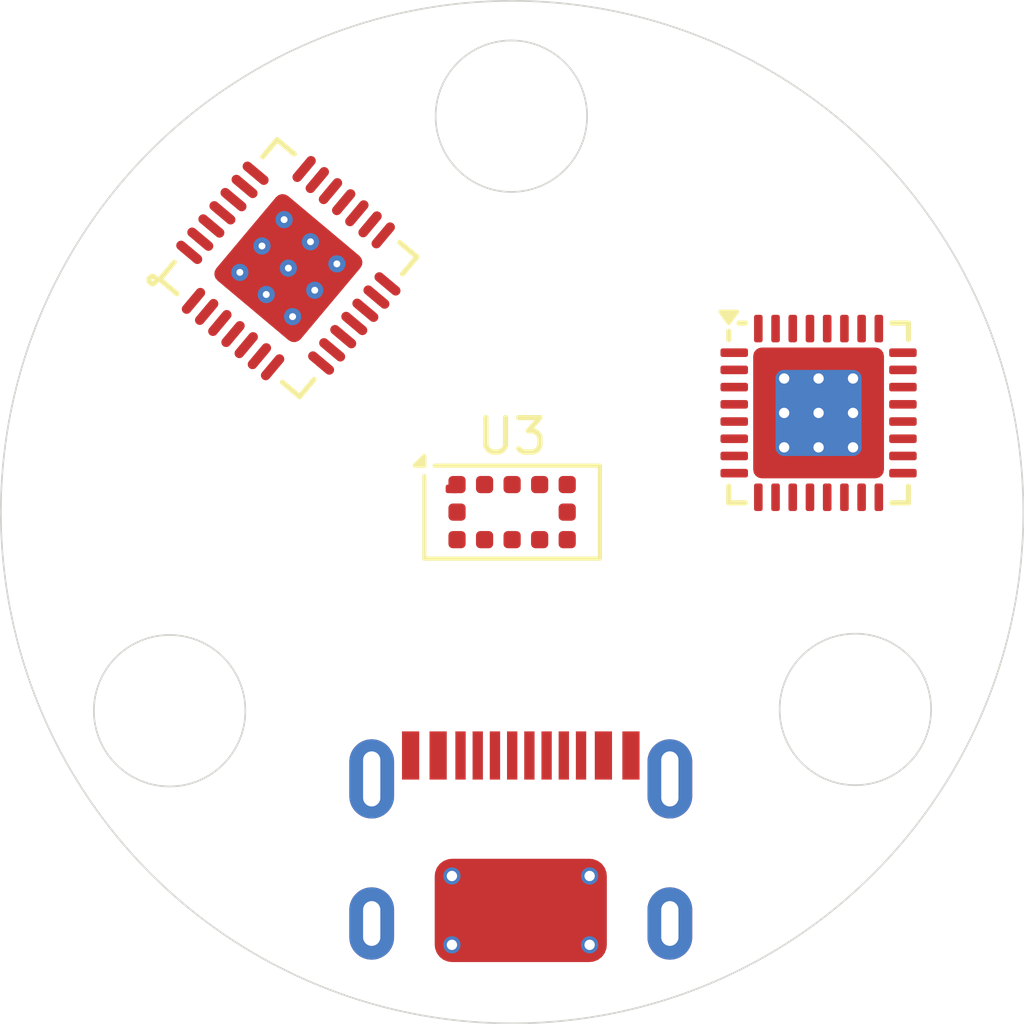
<source format=kicad_pcb>
(kicad_pcb (version 20241229) (generator "pcbnew") (generator_version "9.0")
  (layers (0 "F.Cu" signal) (2 "B.Cu" signal) (13 "F.Paste" user) (15 "B.Paste" user) (5 "F.SilkS" user "F.Silkscreen") (7 "B.SilkS" user "B.Silkscreen") (1 "F.Mask" user) (3 "B.Mask" user) (25 "Edge.Cuts" user))
  (net 0 "")
  (net 5 "Net-(J1-GND-PadA12B1)")
  (net 9 "Net-(J1-VBUS-PadA9B4)")
  (net 12 "Net-(U1-VDD3P3-Pad2)")
  (net 16 "Net-(U1-VDDA-Pad31)")
  (net 72 "Net-(U3-GND-Pad12)")
  (footprint "Sensor_Distance:ST_VL53L1x" (layer "F.Cu") (at 144.648258 84.53093)
    (property "Reference" "U3" (at 0 -2.2 0) (layer "F.SilkS"))
    (property "Value" "VL53L0CXV0DH1")
    (fp_line (start -2.55 -1.05) (end -2.55 1.35) (stroke (width 0.12)) (layer "F.SilkS"))
    (fp_line (start -2.55 1.35) (end 2.55 1.35) (stroke (width 0.12)) (layer "F.SilkS"))
    (fp_line (start 2.55 -1.35) (end -2.25 -1.35) (stroke (width 0.12)) (layer "F.SilkS"))
    (fp_line (start 2.55 1.35) (end 2.55 -1.35) (stroke (width 0.12)) (layer "F.SilkS"))
    (fp_poly (pts (xy -2.55 -1.35) (xy -2.83 -1.35) (xy -2.55 -1.63) (xy -2.55 -1.35)) (stroke (width 0.12)) (fill yes) (layer "F.SilkS"))
    (pad "1" smd roundrect (at -1.74 -0.675) (size 0.38 0.25) (layers "F.Cu" "F.Mask" "F.Paste"))
    (pad "1" smd roundrect (at -1.6 -0.8) (size 0.5 0.5) (layers "F.Cu" "F.Mask" "F.Paste"))
    (pad "2" smd roundrect (at -0.8 -0.8) (size 0.5 0.5) (layers "F.Cu" "F.Mask" "F.Paste"))
    (pad "3" smd roundrect (at 0 -0.8) (size 0.5 0.5) (layers "F.Cu" "F.Mask" "F.Paste") (net 72 "Net-(U3-GND-Pad12)"))
    (pad "4" smd roundrect (at 0.8 -0.8) (size 0.5 0.5) (layers "F.Cu" "F.Mask" "F.Paste") (net 72 "Net-(U3-GND-Pad12)"))
    (pad "5" smd roundrect (at 1.6 -0.8) (size 0.5 0.5) (layers "F.Cu" "F.Mask" "F.Paste"))
    (pad "6" smd roundrect (at 1.6 0) (size 0.5 0.5) (layers "F.Cu" "F.Mask" "F.Paste") (net 72 "Net-(U3-GND-Pad12)"))
    (pad "7" smd roundrect (at 1.6 0.8) (size 0.5 0.5) (layers "F.Cu" "F.Mask" "F.Paste"))
    (pad "8" smd roundrect (at 0.8 0.8) (size 0.5 0.5) (layers "F.Cu" "F.Mask" "F.Paste"))
    (pad "9" smd roundrect (at 0 0.8) (size 0.5 0.5) (layers "F.Cu" "F.Mask" "F.Paste"))
    (pad "10" smd roundrect (at -0.8 0.8) (size 0.5 0.5) (layers "F.Cu" "F.Mask" "F.Paste"))
    (pad "11" smd roundrect (at -1.6 0.8) (size 0.5 0.5) (layers "F.Cu" "F.Mask" "F.Paste"))
    (pad "12" smd roundrect (at -1.6 0) (size 0.5 0.5) (layers "F.Cu" "F.Mask" "F.Paste") (net 72 "Net-(U3-GND-Pad12)"))
  )
  (footprint "PCM_JLCPCB:WQFN-28_L5.0-W5.0-P0.50-BL-EP3.2" (layer "F.Cu") (at 138.149071 77.443965 -40)
    (property "Reference" "U2" (hide yes))
    (property "Value" "CP2102-GMR")
    (fp_line (start -2.65 2.65) (end -2.650001 2.000001) (stroke (width 0.15)) (layer "F.SilkS"))
    (fp_line (start -2 2.649999) (end -2.65 2.65) (stroke (width 0.15)) (layer "F.SilkS"))
    (fp_line (start -2.65 -2.65) (end -2.649999 -2) (stroke (width 0.15)) (layer "F.SilkS"))
    (fp_line (start 2.000001 2.650001) (end 2.65 2.65) (stroke (width 0.15)) (layer "F.SilkS"))
    (fp_line (start -2.000001 -2.650001) (end -2.65 -2.65) (stroke (width 0.15)) (layer "F.SilkS"))
    (fp_line (start 2.65 2.65) (end 2.649999 2) (stroke (width 0.15)) (layer "F.SilkS"))
    (fp_line (start 2.650001 -2.000001) (end 2.65 -2.65) (stroke (width 0.15)) (layer "F.SilkS"))
    (fp_line (start 2.65 -2.65) (end 2 -2.649999) (stroke (width 0.15)) (layer "F.SilkS"))
    (fp_circle (center -2.8 2.8) (end -2.77 2.8) (stroke (width 0.15)) (fill no) (layer "F.SilkS"))
    (pad "1" smd oval (at -1.5 2.499999 140) (size 0.28 0.9) (layers "F.Cu" "F.Mask" "F.Paste"))
    (pad "2" smd oval (at -1 2.499999 140) (size 0.28 0.9) (layers "F.Cu" "F.Mask" "F.Paste"))
    (pad "3" smd oval (at -0.499999 2.499999 140) (size 0.28 0.9) (layers "F.Cu" "F.Mask" "F.Paste"))
    (pad "4" smd oval (at 0 2.5 140) (size 0.28 0.9) (layers "F.Cu" "F.Mask" "F.Paste"))
    (pad "5" smd oval (at 0.5 2.499999 140) (size 0.28 0.9) (layers "F.Cu" "F.Mask" "F.Paste"))
    (pad "6" smd oval (at 1 2.5 140) (size 0.28 0.9) (layers "F.Cu" "F.Mask" "F.Paste"))
    (pad "7" smd oval (at 1.5 2.500001 140) (size 0.28 0.9) (layers "F.Cu" "F.Mask" "F.Paste"))
    (pad "8" smd oval (at 2.499999 1.5 50) (size 0.28 0.9) (layers "F.Cu" "F.Mask" "F.Paste"))
    (pad "9" smd oval (at 2.499999 1 50) (size 0.28 0.9) (layers "F.Cu" "F.Mask" "F.Paste"))
    (pad "10" smd oval (at 2.499999 0.499999 50) (size 0.28 0.9) (layers "F.Cu" "F.Mask" "F.Paste"))
    (pad "11" smd oval (at 2.5 0 50) (size 0.28 0.9) (layers "F.Cu" "F.Mask" "F.Paste"))
    (pad "12" smd oval (at 2.499999 -0.5 50) (size 0.28 0.9) (layers "F.Cu" "F.Mask" "F.Paste"))
    (pad "13" smd oval (at 2.5 -1 50) (size 0.28 0.9) (layers "F.Cu" "F.Mask" "F.Paste"))
    (pad "14" smd oval (at 2.500001 -1.5 50) (size 0.28 0.9) (layers "F.Cu" "F.Mask" "F.Paste"))
    (pad "15" smd oval (at 1.5 -2.499999 140) (size 0.28 0.9) (layers "F.Cu" "F.Mask" "F.Paste"))
    (pad "16" smd oval (at 1 -2.499999 140) (size 0.28 0.9) (layers "F.Cu" "F.Mask" "F.Paste"))
    (pad "17" smd oval (at 0.499999 -2.499999 140) (size 0.28 0.9) (layers "F.Cu" "F.Mask" "F.Paste"))
    (pad "18" smd oval (at 0 -2.5 140) (size 0.28 0.9) (layers "F.Cu" "F.Mask" "F.Paste"))
    (pad "19" smd oval (at -0.5 -2.499999 140) (size 0.28 0.9) (layers "F.Cu" "F.Mask" "F.Paste"))
    (pad "20" smd oval (at -1 -2.5 140) (size 0.28 0.9) (layers "F.Cu" "F.Mask" "F.Paste"))
    (pad "21" smd oval (at -1.5 -2.500001 140) (size 0.28 0.9) (layers "F.Cu" "F.Mask" "F.Paste"))
    (pad "22" smd oval (at -2.499999 -1.5 50) (size 0.28 0.9) (layers "F.Cu" "F.Mask" "F.Paste"))
    (pad "23" smd oval (at -2.499999 -1 50) (size 0.28 0.9) (layers "F.Cu" "F.Mask" "F.Paste"))
    (pad "24" smd oval (at -2.499999 -0.499999 50) (size 0.28 0.9) (layers "F.Cu" "F.Mask" "F.Paste"))
    (pad "25" smd oval (at -2.5 0 50) (size 0.28 0.9) (layers "F.Cu" "F.Mask" "F.Paste"))
    (pad "26" smd oval (at -2.499999 0.5 50) (size 0.28 0.9) (layers "F.Cu" "F.Mask" "F.Paste"))
    (pad "27" smd oval (at -2.5 1 50) (size 0.28 0.9) (layers "F.Cu" "F.Mask" "F.Paste"))
    (pad "28" smd oval (at -2.500001 1.5 50) (size 0.28 0.9) (layers "F.Cu" "F.Mask" "F.Paste"))
    (pad "29" thru_hole circle (at -1.000001 -1.000001 320) (size 0.5 0.5) (drill 0.2) (property pad_prop_heatsink) (layers "*.Cu"))
    (pad "29" thru_hole circle (at -1.000001 0 320) (size 0.5 0.5) (drill 0.2) (property pad_prop_heatsink) (layers "*.Cu"))
    (pad "29" thru_hole circle (at -1.000001 1.000001 320) (size 0.5 0.5) (drill 0.2) (property pad_prop_heatsink) (layers "*.Cu"))
    (pad "29" thru_hole circle (at 0 -1.000001 320) (size 0.5 0.5) (drill 0.2) (property pad_prop_heatsink) (layers "*.Cu"))
    (pad "29" thru_hole circle (at 0 0 320) (size 0.5 0.5) (drill 0.2) (property pad_prop_heatsink) (layers "*.Cu"))
    (pad "29" smd roundrect (at 0 0 50) (size 3.2 3.2) (layers "F.Cu" "F.Mask" "F.Paste") (roundrect_rratio 0.078125))
    (pad "29" thru_hole circle (at 0 1.000001 320) (size 0.5 0.5) (drill 0.2) (property pad_prop_heatsink) (layers "*.Cu"))
    (pad "29" thru_hole circle (at 1.000001 -1.000001 320) (size 0.5 0.5) (drill 0.2) (property pad_prop_heatsink) (layers "*.Cu"))
    (pad "29" thru_hole circle (at 1.000001 0 320) (size 0.5 0.5) (drill 0.2) (property pad_prop_heatsink) (layers "*.Cu"))
    (pad "29" thru_hole circle (at 1.000001 1.000001 320) (size 0.5 0.5) (drill 0.2) (property pad_prop_heatsink) (layers "*.Cu"))
  )
  (footprint "PCM_JLCPCB:QFN-32-1EP_5x5mm_P0.5mm_EP3.7x3.7mm_ThermalVias" (layer "F.Cu") (at 153.55 81.65)
    (property "Reference" "U1" (hide yes))
    (property "Value" "ESP32-C3")
    (fp_line (start -2.61 -2.13) (end -2.61 -2.37) (stroke (width 0.15)) (layer "F.SilkS"))
    (fp_line (start -2.61 2.61) (end -2.61 2.13) (stroke (width 0.15)) (layer "F.SilkS"))
    (fp_line (start -2.13 -2.61) (end -2.31 -2.61) (stroke (width 0.15)) (layer "F.SilkS"))
    (fp_line (start -2.13 2.61) (end -2.61 2.61) (stroke (width 0.15)) (layer "F.SilkS"))
    (fp_line (start 2.13 -2.61) (end 2.61 -2.61) (stroke (width 0.15)) (layer "F.SilkS"))
    (fp_line (start 2.13 2.61) (end 2.61 2.61) (stroke (width 0.15)) (layer "F.SilkS"))
    (fp_line (start 2.61 -2.61) (end 2.61 -2.13) (stroke (width 0.15)) (layer "F.SilkS"))
    (fp_line (start 2.61 2.61) (end 2.61 2.13) (stroke (width 0.15)) (layer "F.SilkS"))
    (fp_poly (pts (xy -2.61 -2.61) (xy -2.85 -2.94) (xy -2.37 -2.94) (xy -2.61 -2.61)) (stroke (width 0.12)) (fill yes) (layer "F.SilkS"))
    (pad "1" smd roundrect (at -2.45 -1.75) (size 0.8 0.25) (layers "F.Cu" "F.Mask" "F.Paste"))
    (pad "2" smd roundrect (at -2.45 -1.25) (size 0.8 0.25) (layers "F.Cu" "F.Mask" "F.Paste") (net 12 "Net-(U1-VDD3P3-Pad2)"))
    (pad "3" smd roundrect (at -2.45 -0.75) (size 0.8 0.25) (layers "F.Cu" "F.Mask" "F.Paste") (net 12 "Net-(U1-VDD3P3-Pad2)"))
    (pad "4" smd roundrect (at -2.45 -0.25) (size 0.8 0.25) (layers "F.Cu" "F.Mask" "F.Paste"))
    (pad "5" smd roundrect (at -2.45 0.25) (size 0.8 0.25) (layers "F.Cu" "F.Mask" "F.Paste"))
    (pad "6" smd roundrect (at -2.45 0.75) (size 0.8 0.25) (layers "F.Cu" "F.Mask" "F.Paste"))
    (pad "7" smd roundrect (at -2.45 1.25) (size 0.8 0.25) (layers "F.Cu" "F.Mask" "F.Paste"))
    (pad "8" smd roundrect (at -2.45 1.75) (size 0.8 0.25) (layers "F.Cu" "F.Mask" "F.Paste"))
    (pad "9" smd roundrect (at -1.75 2.45) (size 0.25 0.8) (layers "F.Cu" "F.Mask" "F.Paste"))
    (pad "10" smd roundrect (at -1.25 2.45) (size 0.25 0.8) (layers "F.Cu" "F.Mask" "F.Paste"))
    (pad "11" smd roundrect (at -0.75 2.45) (size 0.25 0.8) (layers "F.Cu" "F.Mask" "F.Paste"))
    (pad "12" smd roundrect (at -0.25 2.45) (size 0.25 0.8) (layers "F.Cu" "F.Mask" "F.Paste"))
    (pad "13" smd roundrect (at 0.25 2.45) (size 0.25 0.8) (layers "F.Cu" "F.Mask" "F.Paste"))
    (pad "14" smd roundrect (at 0.75 2.45) (size 0.25 0.8) (layers "F.Cu" "F.Mask" "F.Paste"))
    (pad "15" smd roundrect (at 1.25 2.45) (size 0.25 0.8) (layers "F.Cu" "F.Mask" "F.Paste"))
    (pad "16" smd roundrect (at 1.75 2.45) (size 0.25 0.8) (layers "F.Cu" "F.Mask" "F.Paste"))
    (pad "17" smd roundrect (at 2.45 1.75) (size 0.8 0.25) (layers "F.Cu" "F.Mask" "F.Paste"))
    (pad "18" smd roundrect (at 2.45 1.25) (size 0.8 0.25) (layers "F.Cu" "F.Mask" "F.Paste"))
    (pad "19" smd roundrect (at 2.45 0.75) (size 0.8 0.25) (layers "F.Cu" "F.Mask" "F.Paste"))
    (pad "20" smd roundrect (at 2.45 0.25) (size 0.8 0.25) (layers "F.Cu" "F.Mask" "F.Paste"))
    (pad "21" smd roundrect (at 2.45 -0.25) (size 0.8 0.25) (layers "F.Cu" "F.Mask" "F.Paste"))
    (pad "22" smd roundrect (at 2.45 -0.75) (size 0.8 0.25) (layers "F.Cu" "F.Mask" "F.Paste"))
    (pad "23" smd roundrect (at 2.45 -1.25) (size 0.8 0.25) (layers "F.Cu" "F.Mask" "F.Paste"))
    (pad "24" smd roundrect (at 2.45 -1.75) (size 0.8 0.25) (layers "F.Cu" "F.Mask" "F.Paste"))
    (pad "25" smd roundrect (at 1.75 -2.45) (size 0.25 0.8) (layers "F.Cu" "F.Mask" "F.Paste"))
    (pad "26" smd roundrect (at 1.25 -2.45) (size 0.25 0.8) (layers "F.Cu" "F.Mask" "F.Paste"))
    (pad "27" smd roundrect (at 0.75 -2.45) (size 0.25 0.8) (layers "F.Cu" "F.Mask" "F.Paste"))
    (pad "28" smd roundrect (at 0.25 -2.45) (size 0.25 0.8) (layers "F.Cu" "F.Mask" "F.Paste"))
    (pad "29" smd roundrect (at -0.25 -2.45) (size 0.25 0.8) (layers "F.Cu" "F.Mask" "F.Paste"))
    (pad "30" smd roundrect (at -0.75 -2.45) (size 0.25 0.8) (layers "F.Cu" "F.Mask" "F.Paste"))
    (pad "31" smd roundrect (at -1.25 -2.45) (size 0.25 0.8) (layers "F.Cu" "F.Mask" "F.Paste") (net 16 "Net-(U1-VDDA-Pad31)"))
    (pad "32" smd roundrect (at -1.75 -2.45) (size 0.25 0.8) (layers "F.Cu" "F.Mask" "F.Paste") (net 16 "Net-(U1-VDDA-Pad31)"))
    (pad "33" thru_hole circle (at -1 -1) (size 0.5 0.5) (drill 0.3) (property pad_prop_heatsink) (layers "*.Cu"))
    (pad "33" thru_hole circle (at -1 0) (size 0.5 0.5) (drill 0.3) (property pad_prop_heatsink) (layers "*.Cu"))
    (pad "33" thru_hole circle (at -1 1) (size 0.5 0.5) (drill 0.3) (property pad_prop_heatsink) (layers "*.Cu"))
    (pad "33" thru_hole circle (at 0 -1) (size 0.5 0.5) (drill 0.3) (property pad_prop_heatsink) (layers "*.Cu"))
    (pad "33" thru_hole circle (at 0 0) (size 0.5 0.5) (drill 0.3) (property pad_prop_heatsink) (layers "*.Cu"))
    (pad "33" smd roundrect (at 0 0) (size 2.5 2.5) (property pad_prop_heatsink) (layers "B.Cu") (roundrect_rratio 0.1))
    (pad "33" smd roundrect (at 0 0) (size 3.8 3.8) (property pad_prop_heatsink) (layers "F.Cu" "F.Mask") (roundrect_rratio 0.06578947368))
    (pad "33" thru_hole circle (at 0 1) (size 0.5 0.5) (drill 0.3) (property pad_prop_heatsink) (layers "*.Cu"))
    (pad "33" thru_hole circle (at 1 -1) (size 0.5 0.5) (drill 0.3) (property pad_prop_heatsink) (layers "*.Cu"))
    (pad "33" thru_hole circle (at 1 0) (size 0.5 0.5) (drill 0.3) (property pad_prop_heatsink) (layers "*.Cu"))
    (pad "33" thru_hole circle (at 1 1) (size 0.5 0.5) (drill 0.3) (property pad_prop_heatsink) (layers "*.Cu"))
  )
  (footprint "PCM_JLCPCB:TYPE-C-SMD_HX-TYPE-C-16PIN" (layer "F.Cu") (at 144.9 94.1)
    (property "Reference" "J1" (hide yes))
    (property "Value" "Connector, USB-TYPE-C-16P")
    (pad "" np_thru_hole circle (at -2.89 -1.3) (size 0.6 0.6) (drill 0.6) (layers "*.Cu" "*.Mask"))
    (pad "" np_thru_hole circle (at 2.89 -1.3) (size 0.6 0.6) (drill 0.6) (layers "*.Cu" "*.Mask"))
    (pad "A5" smd rect (at -1.25 -2.5) (size 0.3 1.4) (layers "F.Cu" "F.Mask" "F.Paste"))
    (pad "A6" smd rect (at -0.25 -2.5) (size 0.3 1.4) (layers "F.Cu" "F.Mask" "F.Paste"))
    (pad "A7" smd rect (at 0.25 -2.5) (size 0.3 1.4) (layers "F.Cu" "F.Mask" "F.Paste"))
    (pad "A8" smd rect (at 1.25 -2.5) (size 0.3 1.4) (layers "F.Cu" "F.Mask" "F.Paste"))
    (pad "A9B4" smd rect (at 2.4 -2.5) (size 0.5 1.4) (layers "F.Cu" "F.Mask" "F.Paste") (net 9 "Net-(J1-VBUS-PadA9B4)"))
    (pad "A12B1" smd rect (at 3.2 -2.5) (size 0.5 1.4) (layers "F.Cu" "F.Mask" "F.Paste") (net 5 "Net-(J1-GND-PadA12B1)"))
    (pad "B5" smd rect (at 1.75 -2.5) (size 0.3 1.4) (layers "F.Cu" "F.Mask" "F.Paste"))
    (pad "B6" smd rect (at 0.75 -2.5) (size 0.3 1.4) (layers "F.Cu" "F.Mask" "F.Paste"))
    (pad "B7" smd rect (at -0.75 -2.5) (size 0.3 1.4) (layers "F.Cu" "F.Mask" "F.Paste"))
    (pad "B8" smd rect (at -1.75 -2.5) (size 0.3 1.4) (layers "F.Cu" "F.Mask" "F.Paste"))
    (pad "B9A4" smd rect (at -2.4 -2.5) (size 0.5 1.4) (layers "F.Cu" "F.Mask" "F.Paste") (net 9 "Net-(J1-VBUS-PadA9B4)"))
    (pad "B12A1" smd rect (at -3.2 -2.5) (size 0.5 1.4) (layers "F.Cu" "F.Mask" "F.Paste") (net 5 "Net-(J1-GND-PadA12B1)"))
    (pad "S1" thru_hole oval (at -4.33 -1.82) (size 1.3 2.3) (drill oval 0.5 1.6) (layers "*.Cu" "*.Mask"))
    (pad "S1" thru_hole oval (at -4.33 2.38) (size 1.3 2.1) (drill oval 0.5 1.3) (layers "*.Cu" "*.Mask"))
    (pad "S1" thru_hole circle (at -2 1) (size 0.5 0.5) (drill 0.3) (layers "*.Cu" "*.Mask"))
    (pad "S1" thru_hole circle (at -2 3) (size 0.5 0.5) (drill 0.3) (layers "*.Cu" "*.Mask"))
    (pad "S1" smd roundrect (at 0 2) (size 5 3) (layers "F.Cu" "F.Mask" "F.Paste") (roundrect_rratio 0.1666666667))
    (pad "S1" thru_hole circle (at 2 1) (size 0.5 0.5) (drill 0.3) (layers "*.Cu" "*.Mask"))
    (pad "S1" thru_hole circle (at 2 3) (size 0.5 0.5) (drill 0.3) (layers "*.Cu" "*.Mask"))
    (pad "S1" thru_hole oval (at 4.33 -1.82) (size 1.3 2.3) (drill oval 0.5 1.6) (layers "*.Cu" "*.Mask"))
    (pad "S1" thru_hole oval (at 4.33 2.38) (size 1.3 2.1) (drill oval 0.5 1.3) (layers "*.Cu" "*.Mask"))
  )
  (gr_circle (center 144.626226 73.030951) (end 146.826226 73.030951) (stroke (width 0.05)) (fill no) (layer "Edge.Cuts"))
  (gr_circle (center 154.618548 90.261839) (end 156.818548 90.261839) (stroke (width 0.05)) (fill no) (layer "Edge.Cuts"))
  (gr_circle (center 134.7 90.3) (end 136.9 90.3) (stroke (width 0.05)) (fill no) (layer "Edge.Cuts"))
  (gr_circle (center 144.648258 84.53093) (end 159.498258 84.53093) (stroke (width 0.05)) (fill no) (layer "Edge.Cuts"))
)
</source>
